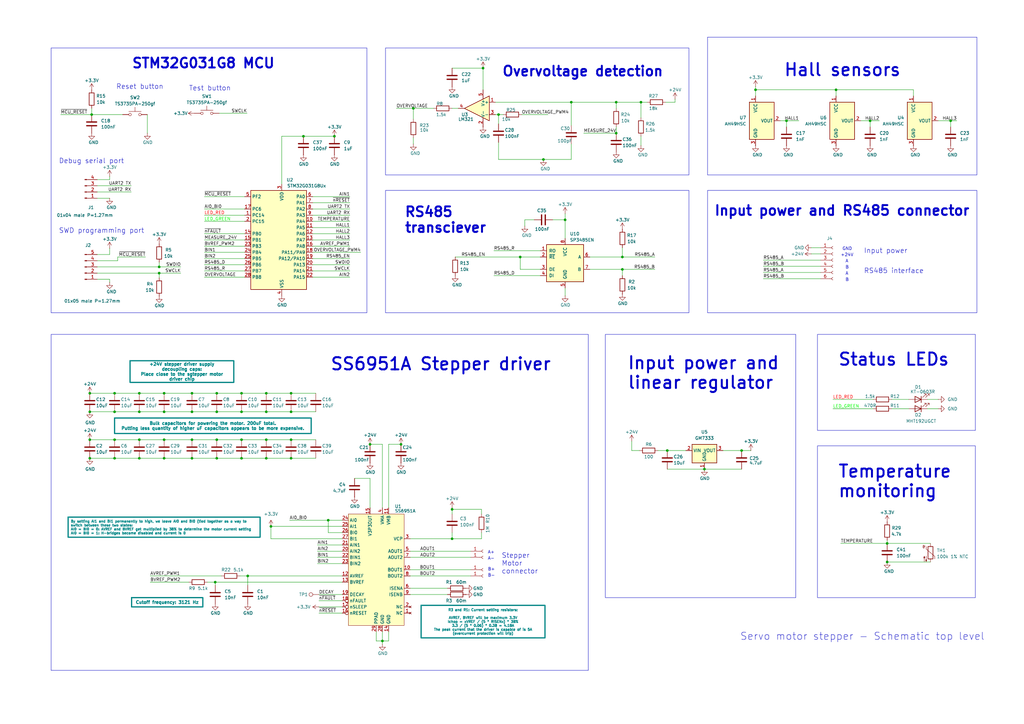
<source format=kicad_sch>
(kicad_sch (version 20231120) (generator "eeschema") (generator_version "8.0")
  (paper "A3")
  (title_block (title "Servomotor M4 - Schematic top level") (date "2024-09-09") (rev "V3"))
  (junction (at 304.165 184.785))
  (junction (at 57.15 161.29))
  (junction (at 37.592 46.99))
  (junction (at 119.38 168.91))
  (junction (at 46.99 161.29))
  (junction (at 389.89 49.53))
  (junction (at 78.74 180.34))
  (junction (at 111.125 215.9))
  (junction (at 46.99 180.34))
  (junction (at 119.38 187.96))
  (junction (at 88.9 180.34))
  (junction (at 99.06 180.34))
  (junction (at 213.36 105.41))
  (junction (at 65.278 112.014))
  (junction (at 134.62 213.36))
  (junction (at 169.545 44.45))
  (junction (at 124.46 55.88))
  (junction (at 65.278 109.474))
  (junction (at 67.31 161.29))
  (junction (at 252.73 41.91))
  (junction (at 255.27 110.49))
  (junction (at 46.99 168.91))
  (junction (at 78.74 187.96))
  (junction (at 57.15 187.96))
  (junction (at 67.31 187.96))
  (junction (at 67.31 168.91))
  (junction (at 88.9 187.96))
  (junction (at 137.16 55.88))
  (junction (at 198.12 27.94))
  (junction (at 363.855 230.505))
  (junction (at 99.06 168.91))
  (junction (at 57.15 180.34))
  (junction (at 109.22 161.29))
  (junction (at 109.22 180.34))
  (junction (at 204.47 46.99))
  (junction (at 119.38 161.29))
  (junction (at 185.42 208.915))
  (junction (at 78.74 161.29))
  (junction (at 36.83 168.91))
  (junction (at 99.06 161.29))
  (junction (at 101.6 236.22))
  (junction (at 109.22 187.96))
  (junction (at 309.88 36.83))
  (junction (at 88.265 238.76))
  (junction (at 322.58 49.53))
  (junction (at 222.885 65.405))
  (junction (at 99.06 187.96))
  (junction (at 67.31 180.34))
  (junction (at 273.685 184.785))
  (junction (at 57.15 168.91))
  (junction (at 262.89 41.91))
  (junction (at 363.855 222.885))
  (junction (at 119.38 180.34))
  (junction (at 185.42 220.98))
  (junction (at 342.9 36.83))
  (junction (at 252.73 54.61))
  (junction (at 231.775 90.17))
  (junction (at 156.845 262.89))
  (junction (at 46.99 187.96))
  (junction (at 36.83 180.34))
  (junction (at 255.27 105.41))
  (junction (at 288.925 192.405))
  (junction (at 36.83 161.29))
  (junction (at 88.9 168.91))
  (junction (at 109.22 168.91))
  (junction (at 88.9 161.29))
  (junction (at 78.74 168.91))
  (junction (at 356.87 49.53))
  (junction (at 164.465 182.245))
  (junction (at 36.83 187.96))
  (junction (at 234.315 41.91))
  (junction (at 151.765 182.245))
  (wire (pts (xy 273.685 184.785) (xy 281.305 184.785)))
  (wire (pts (xy 320.04 49.53) (xy 322.58 49.53)))
  (wire (pts (xy 276.86 41.91) (xy 273.05 41.91)))
  (wire (pts (xy 99.06 161.29) (xy 109.22 161.29)))
  (wire (pts (xy 186.69 105.41) (xy 213.36 105.41)))
  (wire (pts (xy 67.31 187.96) (xy 78.74 187.96)))
  (wire (pts (xy 162.56 44.45) (xy 169.545 44.45)))
  (wire (pts (xy 380.365 163.83) (xy 384.81 163.83)))
  (wire (pts (xy 39.878 109.474) (xy 65.278 109.474)))
  (wire (pts (xy 332.74 104.14) (xy 336.55 104.14)))
  (wire (pts (xy 143.51 98.425) (xy 128.27 98.425)))
  (wire (pts (xy 143.51 106.045) (xy 128.27 106.045)))
  (wire (pts (xy 356.87 49.53) (xy 360.68 49.53)))
  (wire (pts (xy 143.51 90.805) (xy 128.27 90.805)))
  (wire (pts (xy 83.82 108.585) (xy 100.33 108.585)))
  (wire (pts (xy 215.265 90.17) (xy 215.265 92.71)))
  (wire (pts (xy 88.265 238.76) (xy 88.265 240.03)))
  (wire (pts (xy 168.275 228.6) (xy 193.04 228.6)))
  (wire (pts (xy 57.15 161.29) (xy 67.31 161.29)))
  (wire (pts (xy 37.592 46.99) (xy 50.292 46.99)))
  (wire (pts (xy 143.51 80.645) (xy 128.27 80.645)))
  (wire (pts (xy 185.42 208.915) (xy 185.42 210.82)))
  (wire (pts (xy 197.485 210.82) (xy 197.485 208.915)))
  (wire (pts (xy 169.545 44.45) (xy 169.545 48.895)))
  (wire (pts (xy 99.06 180.34) (xy 109.22 180.34)))
  (wire (pts (xy 85.09 238.76) (xy 88.265 238.76)))
  (wire (pts (xy 147.955 103.505) (xy 128.27 103.505)))
  (wire (pts (xy 332.74 101.6) (xy 336.55 101.6)))
  (wire (pts (xy 109.22 180.34) (xy 119.38 180.34)))
  (wire (pts (xy 39.878 78.74) (xy 53.848 78.74)))
  (wire (pts (xy 255.27 101.6) (xy 255.27 105.41)))
  (wire (pts (xy 255.27 105.41) (xy 268.605 105.41)))
  (wire (pts (xy 78.74 168.91) (xy 88.9 168.91)))
  (wire (pts (xy 169.545 44.45) (xy 177.8 44.45)))
  (wire (pts (xy 255.27 110.49) (xy 255.27 113.03)))
  (wire (pts (xy 204.47 46.99) (xy 206.375 46.99)))
  (wire (pts (xy 36.83 180.34) (xy 46.99 180.34)))
  (wire (pts (xy 128.27 85.725) (xy 143.51 85.725)))
  (wire (pts (xy 39.878 104.394) (xy 44.958 104.394)))
  (wire (pts (xy 128.27 88.265) (xy 143.51 88.265)))
  (wire (pts (xy 143.51 95.885) (xy 128.27 95.885)))
  (wire (pts (xy 83.82 103.505) (xy 100.33 103.505)))
  (wire (pts (xy 374.65 39.37) (xy 374.65 36.83)))
  (wire (pts (xy 222.885 65.405) (xy 204.47 65.405)))
  (wire (pts (xy 168.275 243.84) (xy 183.515 243.84)))
  (wire (pts (xy 241.935 110.49) (xy 255.27 110.49)))
  (wire (pts (xy 389.89 49.53) (xy 389.89 52.07)))
  (wire (pts (xy 143.51 83.185) (xy 128.27 83.185)))
  (wire (pts (xy 109.22 168.91) (xy 119.38 168.91)))
  (wire (pts (xy 130.81 251.46) (xy 140.335 251.46)))
  (wire (pts (xy 143.51 100.965) (xy 128.27 100.965)))
  (wire (pts (xy 353.06 49.53) (xy 356.87 49.53)))
  (wire (pts (xy 365.76 163.83) (xy 372.745 163.83)))
  (wire (pts (xy 57.15 168.91) (xy 67.31 168.91)))
  (wire (pts (xy 204.47 46.99) (xy 204.47 50.8)))
  (wire (pts (xy 197.485 208.915) (xy 185.42 208.915)))
  (wire (pts (xy 78.74 180.34) (xy 88.9 180.34)))
  (wire (pts (xy 88.9 180.34) (xy 99.06 180.34)))
  (wire (pts (xy 168.275 236.22) (xy 193.04 236.22)))
  (wire (pts (xy 159.385 182.245) (xy 159.385 208.28)))
  (wire (pts (xy 262.89 55.88) (xy 262.89 59.69)))
  (wire (pts (xy 46.99 187.96) (xy 57.15 187.96)))
  (wire (pts (xy 213.36 105.41) (xy 221.615 105.41)))
  (wire (pts (xy 130.81 246.38) (xy 140.335 246.38)))
  (wire (pts (xy 363.855 222.885) (xy 381.635 222.885)))
  (wire (pts (xy 262.89 41.91) (xy 262.89 48.26)))
  (wire (pts (xy 288.925 192.405) (xy 304.165 192.405)))
  (wire (pts (xy 380.365 167.64) (xy 384.81 167.64)))
  (wire (pts (xy 252.73 41.91) (xy 262.89 41.91)))
  (wire (pts (xy 269.875 184.785) (xy 273.685 184.785)))
  (wire (pts (xy 67.31 180.34) (xy 78.74 180.34)))
  (wire (pts (xy 313.055 109.22) (xy 336.55 109.22)))
  (wire (pts (xy 313.055 106.68) (xy 336.55 106.68)))
  (wire (pts (xy 202.565 102.87) (xy 221.615 102.87)))
  (wire (pts (xy 130.81 248.92) (xy 140.335 248.92)))
  (wire (pts (xy 134.62 213.36) (xy 134.62 218.44)))
  (wire (pts (xy 259.08 184.785) (xy 259.08 180.975)))
  (wire (pts (xy 168.275 220.98) (xy 185.42 220.98)))
  (wire (pts (xy 130.175 226.06) (xy 140.335 226.06)))
  (wire (pts (xy 204.47 58.42) (xy 204.47 65.405)))
  (wire (pts (xy 101.6 236.22) (xy 101.6 240.03)))
  (wire (pts (xy 111.125 215.9) (xy 140.335 215.9)))
  (wire (pts (xy 231.775 90.17) (xy 231.775 97.79)))
  (wire (pts (xy 57.15 187.96) (xy 67.31 187.96)))
  (wire (pts (xy 130.175 223.52) (xy 140.335 223.52)))
  (wire (pts (xy 111.125 220.98) (xy 140.335 220.98)))
  (wire (pts (xy 39.878 73.66) (xy 44.958 73.66)))
  (wire (pts (xy 193.04 226.06) (xy 168.275 226.06)))
  (wire (pts (xy 98.425 236.22) (xy 101.6 236.22)))
  (wire (pts (xy 143.51 108.585) (xy 128.27 108.585)))
  (wire (pts (xy 363.855 230.505) (xy 381.635 230.505)))
  (wire (pts (xy 39.878 81.28) (xy 44.958 81.28)))
  (wire (pts (xy 119.38 180.34) (xy 129.54 180.34)))
  (wire (pts (xy 36.83 161.29) (xy 46.99 161.29)))
  (wire (pts (xy 134.62 213.36) (xy 140.335 213.36)))
  (wire (pts (xy 213.36 110.49) (xy 221.615 110.49)))
  (wire (pts (xy 83.82 100.965) (xy 100.33 100.965)))
  (wire (pts (xy 231.775 87.63) (xy 231.775 90.17)))
  (wire (pts (xy 143.51 93.345) (xy 128.27 93.345)))
  (wire (pts (xy 65.278 107.569) (xy 65.278 109.474)))
  (wire (pts (xy 37.592 44.45) (xy 37.592 46.99)))
  (wire (pts (xy 389.89 49.53) (xy 392.43 49.53)))
  (wire (pts (xy 363.855 221.615) (xy 363.855 222.885)))
  (wire (pts (xy 234.315 51.435) (xy 234.315 41.91)))
  (wire (pts (xy 169.545 56.515) (xy 169.545 59.055)))
  (wire (pts (xy 44.958 114.554) (xy 44.958 115.824)))
  (wire (pts (xy 83.82 106.045) (xy 100.33 106.045)))
  (wire (pts (xy 65.278 112.014) (xy 74.168 112.014)))
  (wire (pts (xy 109.22 187.96) (xy 119.38 187.96)))
  (wire (pts (xy 57.15 180.34) (xy 67.31 180.34)))
  (wire (pts (xy 262.89 41.91) (xy 265.43 41.91)))
  (wire (pts (xy 226.695 90.17) (xy 231.775 90.17)))
  (wire (pts (xy 159.385 259.08) (xy 159.385 262.89)))
  (wire (pts (xy 88.9 161.29) (xy 99.06 161.29)))
  (wire (pts (xy 156.845 182.245) (xy 156.845 208.28)))
  (wire (pts (xy 296.545 184.785) (xy 304.165 184.785)))
  (wire (pts (xy 48.26 105.41) (xy 59.69 105.41)))
  (wire (pts (xy 203.2 46.99) (xy 204.47 46.99)))
  (wire (pts (xy 46.99 180.34) (xy 57.15 180.34)))
  (wire (pts (xy 231.775 121.285) (xy 231.775 118.11)))
  (wire (pts (xy 118.745 213.36) (xy 134.62 213.36)))
  (wire (pts (xy 185.42 208.28) (xy 185.42 208.915)))
  (wire (pts (xy 83.82 90.805) (xy 100.33 90.805)))
  (wire (pts (xy 313.055 114.3) (xy 336.55 114.3)))
  (wire (pts (xy 130.175 231.14) (xy 140.335 231.14)))
  (wire (pts (xy 156.845 259.08) (xy 156.845 262.89)))
  (wire (pts (xy 88.265 238.76) (xy 140.335 238.76)))
  (wire (pts (xy 322.58 49.53) (xy 322.58 52.07)))
  (wire (pts (xy 168.275 241.3) (xy 183.515 241.3)))
  (wire (pts (xy 60.452 46.99) (xy 60.452 54.61)))
  (wire (pts (xy 213.995 46.99) (xy 224.79 46.99)))
  (wire (pts (xy 83.82 95.885) (xy 100.33 95.885)))
  (wire (pts (xy 99.06 187.96) (xy 109.22 187.96)))
  (wire (pts (xy 39.878 112.014) (xy 65.278 112.014)))
  (wire (pts (xy 154.305 262.89) (xy 156.845 262.89)))
  (wire (pts (xy 61.595 236.22) (xy 90.805 236.22)))
  (wire (pts (xy 83.82 113.665) (xy 100.33 113.665)))
  (wire (pts (xy 273.685 192.405) (xy 288.925 192.405)))
  (wire (pts (xy 61.595 238.76) (xy 77.47 238.76)))
  (wire (pts (xy 111.125 220.98) (xy 111.125 215.9)))
  (wire (pts (xy 219.075 90.17) (xy 215.265 90.17)))
  (wire (pts (xy 24.892 46.99) (xy 37.592 46.99)))
  (wire (pts (xy 99.06 168.91) (xy 109.22 168.91)))
  (wire (pts (xy 156.845 182.245) (xy 151.765 182.245)))
  (wire (pts (xy 344.805 222.885) (xy 363.855 222.885)))
  (wire (pts (xy 156.845 262.89) (xy 156.845 264.16)))
  (wire (pts (xy 78.74 187.96) (xy 88.9 187.96)))
  (wire (pts (xy 78.74 161.29) (xy 88.9 161.29)))
  (wire (pts (xy 234.315 65.405) (xy 234.315 59.055)))
  (wire (pts (xy 83.82 98.425) (xy 100.33 98.425)))
  (wire (pts (xy 65.278 113.919) (xy 65.278 112.014)))
  (wire (pts (xy 88.9 168.91) (xy 99.06 168.91)))
  (wire (pts (xy 342.9 39.37) (xy 342.9 36.83)))
  (wire (pts (xy 374.65 36.83) (xy 342.9 36.83)))
  (wire (pts (xy 36.83 187.96) (xy 46.99 187.96)))
  (wire (pts (xy 44.958 104.394) (xy 44.958 101.854)))
  (wire (pts (xy 255.27 110.49) (xy 268.605 110.49)))
  (wire (pts (xy 115.57 75.565) (xy 115.57 55.88)))
  (wire (pts (xy 119.38 161.29) (xy 129.54 161.29)))
  (wire (pts (xy 48.26 106.934) (xy 39.878 106.934)))
  (wire (pts (xy 48.26 105.41) (xy 48.26 106.934)))
  (wire (pts (xy 213.36 105.41) (xy 213.36 110.49)))
  (wire (pts (xy 197.485 220.98) (xy 197.485 218.44)))
  (wire (pts (xy 322.58 49.53) (xy 327.66 49.53)))
  (wire (pts (xy 39.878 76.2) (xy 53.848 76.2)))
  (wire (pts (xy 65.278 109.474) (xy 74.168 109.474)))
  (wire (pts (xy 151.765 196.215) (xy 151.765 208.28)))
  (wire (pts (xy 185.42 220.98) (xy 197.485 220.98)))
  (wire (pts (xy 185.42 44.45) (xy 187.96 44.45)))
  (wire (pts (xy 130.81 243.84) (xy 140.335 243.84)))
  (wire (pts (xy 185.42 27.94) (xy 198.12 27.94)))
  (wire (pts (xy 83.82 88.265) (xy 100.33 88.265)))
  (wire (pts (xy 159.385 262.89) (xy 156.845 262.89)))
  (wire (pts (xy 124.46 55.88) (xy 137.16 55.88)))
  (wire (pts (xy 67.31 168.91) (xy 78.74 168.91)))
  (wire (pts (xy 313.055 111.76) (xy 336.55 111.76)))
  (wire (pts (xy 89.916 46.482) (xy 101.346 46.482)))
  (wire (pts (xy 159.385 182.245) (xy 164.465 182.245)))
  (wire (pts (xy 46.99 168.91) (xy 57.15 168.91)))
  (wire (pts (xy 309.88 35.56) (xy 309.88 36.83)))
  (wire (pts (xy 276.86 40.64) (xy 276.86 41.91)))
  (wire (pts (xy 36.83 168.91) (xy 46.99 168.91)))
  (wire (pts (xy 39.878 114.554) (xy 44.958 114.554)))
  (wire (pts (xy 341.63 167.64) (xy 358.14 167.64)))
  (wire (pts (xy 44.958 73.66) (xy 44.958 72.39)))
  (wire (pts (xy 262.255 184.785) (xy 259.08 184.785)))
  (wire (pts (xy 241.935 105.41) (xy 255.27 105.41)))
  (wire (pts (xy 101.6 236.22) (xy 140.335 236.22)))
  (wire (pts (xy 88.9 187.96) (xy 99.06 187.96)))
  (wire (pts (xy 145.415 196.215) (xy 151.765 196.215)))
  (wire (pts (xy 130.175 228.6) (xy 140.335 228.6)))
  (wire (pts (xy 83.82 85.725) (xy 100.33 85.725)))
  (wire (pts (xy 222.885 65.405) (xy 234.315 65.405)))
  (wire (pts (xy 134.62 218.44) (xy 140.335 218.44)))
  (wire (pts (xy 109.22 161.29) (xy 119.38 161.29)))
  (wire (pts (xy 252.73 41.91) (xy 252.73 44.45)))
  (wire (pts (xy 119.38 168.91) (xy 129.54 168.91)))
  (wire (pts (xy 198.12 27.94) (xy 198.12 36.83)))
  (wire (pts (xy 168.275 233.68) (xy 193.04 233.68)))
  (wire (pts (xy 234.315 41.91) (xy 252.73 41.91)))
  (wire (pts (xy 119.38 187.96) (xy 129.54 187.96)))
  (wire (pts (xy 252.73 52.07) (xy 252.73 54.61)))
  (wire (pts (xy 342.9 36.83) (xy 309.88 36.83)))
  (wire (pts (xy 309.88 36.83) (xy 309.88 39.37)))
  (wire (pts (xy 384.81 49.53) (xy 389.89 49.53)))
  (wire (pts (xy 143.51 113.665) (xy 128.27 113.665)))
  (wire (pts (xy 83.82 111.125) (xy 100.33 111.125)))
  (wire (pts (xy 356.87 49.53) (xy 356.87 52.07)))
  (wire (pts (xy 239.395 54.61) (xy 252.73 54.61)))
  (wire (pts (xy 304.165 184.785) (xy 307.975 184.785)))
  (wire (pts (xy 365.76 167.64) (xy 372.745 167.64)))
  (wire (pts (xy 83.82 80.645) (xy 100.33 80.645)))
  (wire (pts (xy 203.2 41.91) (xy 234.315 41.91)))
  (wire (pts (xy 185.42 218.44) (xy 185.42 220.98)))
  (wire (pts (xy 115.57 55.88) (xy 124.46 55.88)))
  (wire (pts (xy 46.99 161.29) (xy 57.15 161.29)))
  (wire (pts (xy 154.305 259.08) (xy 154.305 262.89)))
  (wire (pts (xy 341.63 163.83) (xy 358.14 163.83)))
  (wire (pts (xy 202.565 113.03) (xy 221.615 113.03)))
  (wire (pts (xy 67.31 161.29) (xy 78.74 161.29)))
  (wire (pts (xy 143.51 111.125) (xy 128.27 111.125)))
  (rectangle (start 248.285 137.16) (end 326.39 245.11))
  (rectangle (start 335.28 137.16) (end 400.05 176.53))
  (rectangle (start 20.955 137.16) (end 241.3 274.955))
  (rectangle (start 158.115 19.685) (end 282.575 71.755))
  (rectangle (start 290.195 15.24) (end 400.685 71.755))
  (rectangle (start 20.955 19.685) (end 150.495 128.27))
  (rectangle (start 158.115 78.105) (end 282.575 128.27))
  (rectangle (start 335.28 182.88) (end 400.05 245.11))
  (rectangle (start 290.195 78.105) (end 400.685 128.27))
  (text_box "Cutoff frequency: 3121 Hz\n" (at 53.975 245.11 0) (size 29.21 3.81) (stroke (width 0.5) (color 0 132 132 1)) (effects (font (size 1.27 1.27) (thickness 0.4) (bold yes))))
  (text_box "By setting AI1 and BI1 permanently to high, we leave AI0 and BI0 (tied together as a way to switch between these two states:\nAI0 = BI0 = 0: AVREF and BVREF get multiplied by 38% to determine the motor current setting\nAI0 = BI0 = 1: H-bridges become disabled and current is 0" (at 27.94 212.09 0) (size 78.74 8.255) (stroke (width 0.5) (color 0 132 132 1)) (effects (font (size 1 1) (thickness 0.4) (bold yes)) (justify left)))
  (text_box "+24V stepper driver supply \ndecoupling caps:\nPlace close to the sgtepper motor driver chip" (at 53.34 147.955 0) (size 42.545 8.89) (stroke (width 0.5) (color 0 132 132 1)) (effects (font (size 1.27 1.27) (thickness 0.4) (bold yes))))
  (text_box "${94df9340-9001-4abf-849e-0a57a0ae12d6:REFERENCE} and ${c2765680-53cb-47ff-a513-50fbdfe64cd0:REFERENCE}: Current setting resistors:\n\nAVREF, BVREF will be maximum 3.3V\nIchop = xVREF / (5 * RISENx) * 38%\n3.3 / (5 * 0.06) * 0.38 = 4.18A\nThe peak current that the driver is capable of is 5A (overcurrent protection will trip)" (at 172.72 248.285 0) (size 50.8 13.335) (stroke (width 0.5) (color 0 132 132 1)) (effects (font (size 1 1) (thickness 0.4) (bold yes))))
  (text_box "Bulk capacitors for powering the motor. 200uF total.\nPutting less quantity of higher uF capacitors appears to be more expensive." (at 46.99 171.45 0) (size 80.645 6.35) (stroke (width 0.5) (color 0 132 132 1)) (effects (font (size 1.27 1.27) (thickness 0.4) (bold yes))))
  (text "Reset button" (at 47.625 36.83 0) (effects (font (size 2 2)) (justify left bottom)))
  (text "Test button" (at 77.47 37.465 0) (effects (font (size 2 2)) (justify left bottom)))
  (text "B" (at 346.71 115.57 0) (effects (font (size 1.27 1.27)) (justify left bottom)))
  (text "+24V" (at 344.805 105.41 0) (effects (font (size 1.27 1.27)) (justify left bottom)))
  (text "SWD programming port" (at 24.13 95.885 0) (effects (font (size 2 2)) (justify left bottom)))
  (text "Debug serial port" (at 24.13 67.31 0) (effects (font (size 2 2)) (justify left bottom)))
  (text "GND" (at 345.44 102.87 0) (effects (font (size 1.27 1.27)) (justify left bottom)))
  (text "RS485\ntransciever" (at 165.735 95.885 0) (effects (font (size 4 4) (thickness 0.8) (bold yes)) (justify left bottom)))
  (text "Input power" (at 354.33 104.14 0) (effects (font (size 2 2)) (justify left bottom)))
  (text "B" (at 346.71 110.49 0) (effects (font (size 1.27 1.27)) (justify left bottom)))
  (text "A+" (at 200.025 227.33 0) (effects (font (size 1.27 1.27)) (justify left bottom)))
  (text "Status LEDs" (at 343.535 150.495 0) (effects (font (size 5 5) (thickness 0.8) (bold yes)) (justify left bottom)))
  (text "Overvoltage detection" (at 205.74 31.75 0) (effects (font (size 4 4) (thickness 0.8) (bold yes)) (justify left bottom)))
  (text "Input power and\nlinear regulator" (at 257.175 160.02 0) (effects (font (size 5 5) (thickness 0.8) (bold yes)) (justify left bottom)))
  (text "A" (at 346.71 107.95 0) (effects (font (size 1.27 1.27)) (justify left bottom)))
  (text "Input power and RS485 connector" (at 292.735 88.9 0) (effects (font (size 4 4) (thickness 0.8) (bold yes)) (justify left bottom)))
  (text "A" (at 346.71 113.03 0) (effects (font (size 1.27 1.27)) (justify left bottom)))
  (text "RS485 interface" (at 354.33 112.395 0) (effects (font (size 2 2)) (justify left bottom)))
  (text "Temperature\nmonitoring" (at 343.535 204.47 0) (effects (font (size 5 5) (thickness 0.8) (bold yes)) (justify left bottom)))
  (text "B+" (at 200.025 234.315 0) (effects (font (size 1.27 1.27)) (justify left bottom)))
  (text "Servo motor stepper - Schematic top level" (at 303.53 262.89 0) (effects (font (size 3 3)) (justify left bottom)))
  (text "STM32G031G8 MCU" (at 53.848 28.448 0) (effects (font (size 4 4) (thickness 0.8) (bold yes)) (justify left bottom)))
  (text "A-" (at 200.025 229.87 0) (effects (font (size 1.27 1.27)) (justify left bottom)))
  (text "B-" (at 200.025 236.855 0) (effects (font (size 1.27 1.27)) (justify left bottom)))
  (text "SS6951A Stepper driver" (at 135.255 152.4 0) (effects (font (size 5 5) (thickness 0.8) (bold yes)) (justify left bottom)))
  (text "Hall sensors" (at 321.31 31.75 0) (effects (font (size 5 5) (thickness 0.8) (bold yes)) (justify left bottom)))
  (text "Stepper\nMotor\nconnector" (at 205.74 235.585 0) (effects (font (size 2 2)) (justify left bottom)))
  (label "~{MCU_RESET}" (at 59.69 105.41 180))
  (label "AOUT1" (at 178.435 226.06 180))
  (label "~{nFAULT}" (at 83.82 95.885 0))
  (label "BIN2" (at 83.82 106.045 0))
  (label "RS485_EN" (at 143.51 106.045 180))
  (label "SWCLK" (at 74.168 112.014 180))
  (label "OVERVOLTAGE" (at 83.82 113.665 0))
  (label "HALL2" (at 360.68 49.53 180))
  (label "BOUT1" (at 178.435 233.68 180))
  (label "MEASURE_24V" (at 239.395 54.61 0))
  (label "RS485_R" (at 202.565 102.87 0))
  (label "RS485_EN" (at 189.23 105.41 0))
  (label "BVREF_PWM2" (at 61.595 238.76 0))
  (label "AIN1" (at 130.175 223.52 0))
  (label "BOUT2" (at 178.435 236.22 180))
  (label "BIN1" (at 130.175 228.6 0))
  (label "LED_GREEN" (at 83.82 90.805 0))
  (label "AI0_BI0" (at 83.82 85.725 0))
  (label "BIN1" (at 83.82 103.505 0))
  (label "RS485_B" (at 313.055 109.22 0))
  (label "SWCLK" (at 143.51 111.125 180))
  (label "AI0_BI0" (at 118.745 213.36 0))
  (label "RS485_A" (at 313.055 106.68 0))
  (label "OVERVOLTAGE_PWM4" (at 213.995 46.99 0))
  (label "UART2 RX" (at 53.848 78.74 180))
  (label "DECAY" (at 130.81 243.84 0))
  (label "AIN2" (at 139.065 113.665 0))
  (label "~{MCU_RESET}" (at 24.892 46.99 0))
  (label "OVERVOLTAGE_PWM4" (at 147.955 103.505 180))
  (label "AIN2" (at 130.175 226.06 0))
  (label "RS485_A" (at 313.055 111.76 0))
  (label "RS485_A" (at 268.605 105.41 180))
  (label "HALL2" (at 143.51 95.885 180))
  (label "LED_RED" (at 83.82 88.265 0))
  (label "~{MCU_RESET}" (at 83.82 80.645 0))
  (label "OVERVOLTAGE" (at 162.56 44.45 0))
  (label "~{nRESET}" (at 130.81 251.46 0))
  (label "RS485_B" (at 313.055 114.3 0))
  (label "RS485_D" (at 202.565 113.03 0))
  (label "HALL3" (at 143.51 98.425 180))
  (label "LED_RED" (at 341.63 163.83 0))
  (label "LED_GREEN" (at 341.63 167.64 0))
  (label "SWCLK" (at 101.346 46.482 180))
  (label "MEASURE_24V" (at 83.82 98.425 0))
  (label "AVREF_PWM1" (at 143.51 100.965 180))
  (label "RS485_R" (at 83.82 111.125 0))
  (label "UART2 TX" (at 143.51 85.725 180))
  (label "BVREF_PWM2" (at 83.82 100.965 0))
  (label "SWDIO" (at 74.168 109.474 180))
  (label "UART2 TX" (at 53.848 76.2 180))
  (label "HALL1" (at 143.51 93.345 180))
  (label "TEMPERATURE" (at 344.805 222.885 0))
  (label "RS485_B" (at 268.605 110.49 180))
  (label "HALL3" (at 392.43 49.53 180))
  (label "UART2 RX" (at 143.51 88.265 180))
  (label "TEMPERATURE" (at 143.51 90.805 180))
  (label "AIN1" (at 139.065 80.645 0))
  (label "~{nFAULT}" (at 130.81 246.38 0))
  (label "AVREF_PWM1" (at 61.595 236.22 0))
  (label "BIN2" (at 130.175 231.14 0))
  (label "SWDIO" (at 143.51 108.585 180))
  (label "HALL1" (at 327.66 49.53 180))
  (label "~{nRESET}" (at 143.51 83.185 180))
  (label "AOUT2" (at 178.435 228.6 180))
  (label "RS485_D" (at 83.82 108.585 0))
  (symbol (lib_id "Device:C") (at 99.06 184.15 0) (unit 1)
    (property "Reference" "C33" (at 101.6 182.88 0) (effects (justify left)))
    (property "Value" "10uF" (at 101.6 185.42 0) (effects (justify left)))
    (property "Footprint" "Capacitor_SMD:C_0603_1608Metric" (effects (hide yes)))
    (property "Description" "35V 10uF X5R ±20% 0603 Multilayer Ceramic Capacitors MLCC - SMD/SMT ROHS" (effects (hide yes)))
    (property "LCSC" "C194427" (effects (hide yes)))
  )
  (symbol (lib_id "power:GND") (at 363.855 230.505 0) (unit 1)
    (property "Reference" "#PWR071" (effects (hide yes)))
    (property "Value" "GND" (at 362.585 234.315 0) (effects (justify left)))
  )
  (symbol (lib_id "Device:C") (at 88.265 243.84 0) (unit 1)
    (property "Reference" "C5" (at 92.075 242.5699 0) (effects (justify left)))
    (property "Value" "10nF" (at 92.075 245.1099 0) (effects (justify left)))
    (property "Footprint" "Capacitor_SMD:C_0402_1005Metric" (effects (hide yes)))
    (property "LCSC" "C15195" (effects (hide yes)))
  )
  (symbol (lib_id "power:+3.3V") (at 309.88 35.56 0) (unit 1)
    (property "Reference" "#PWR028" (effects (hide yes)))
    (property "Value" "+3.3V" (at 309.88 31.75 0))
  )
  (symbol (lib_id "power:+3.3V") (at 231.775 87.63 0) (unit 1)
    (property "Reference" "#PWR033" (effects (hide yes)))
    (property "Value" "+3.3V" (at 231.775 83.82 0))
  )
  (symbol (lib_id "power:GND") (at 356.87 59.69 0) (unit 1)
    (property "Reference" "#PWR0105" (effects (hide yes)))
    (property "Value" "GND" (at 355.6 63.5 0) (effects (justify left)))
  )
  (symbol (lib_id "Device:C") (at 37.592 50.8 0) (unit 1)
    (property "Reference" "C18" (at 41.402 49.5299 0) (effects (justify left)))
    (property "Value" "100nF" (at 41.402 52.0699 0) (effects (justify left)))
    (property "Footprint" "Capacitor_SMD:C_0402_1005Metric" (effects (hide yes)))
    (property "LCSC" "C307331" (effects (hide yes)))
  )
  (symbol (lib_id "Device:LED") (at 376.555 163.83 180) (unit 1)
    (property "Reference" "D1" (at 376.555 158.75 0))
    (property "Value" "KT-0603R" (at 378.46 160.655 0))
    (property "Footprint" "LED_SMD:LED_0603_1608Metric" (effects (hide yes)))
    (property "Description" "Light emitting diode" (effects (hide yes)))
    (property "LCSC" "C2286" (effects (hide yes)))
  )
  (symbol (lib_id "power:+3.3V") (at 137.16 55.88 0) (unit 1)
    (property "Reference" "#PWR07" (effects (hide yes)))
    (property "Value" "+3.3V" (at 137.16 52.07 0))
  )
  (symbol (lib_id "power:+10V") (at 259.08 180.975 0) (unit 1)
    (property "Reference" "#PWR041" (effects (hide yes)))
    (property "Value" "+24V" (at 259.08 177.165 0))
  )
  (symbol (lib_id "Device:C") (at 88.9 184.15 0) (unit 1)
    (property "Reference" "C32" (at 91.44 182.88 0) (effects (justify left)))
    (property "Value" "10uF" (at 91.44 185.42 0) (effects (justify left)))
    (property "Footprint" "Capacitor_SMD:C_0603_1608Metric" (effects (hide yes)))
    (property "LCSC" "C194427" (effects (hide yes)))
  )
  (symbol (lib_id "Sensor_Magnetic:A1101ELHL") (at 312.42 49.53 0) (unit 1) (exclude_from_sim yes)
    (property "Reference" "U7" (at 306.07 48.2599 0) (effects (justify right)))
    (property "Value" "AH49HSC" (at 306.07 50.7999 0) (effects (justify right)))
    (property "Footprint" "Package_TO_SOT_SMD:SOT-23" (effects (hide yes)))
    (property "LCSC" "C510723" (effects (hide yes)))
  )
  (symbol (lib_id "Device:C") (at 99.06 165.1 0) (unit 1)
    (property "Reference" "C10" (at 101.6 163.83 0) (effects (justify left)))
    (property "Value" "10uF" (at 101.6 166.37 0) (effects (justify left)))
    (property "Footprint" "Capacitor_SMD:C_0603_1608Metric" (effects (hide yes)))
    (property "Description" "35V 10uF X5R ±20% 0603 Multilayer Ceramic Capacitors MLCC - SMD/SMT ROHS" (effects (hide yes)))
    (property "LCSC" "C194427" (effects (hide yes)))
  )
  (symbol (lib_id "Amplifier_Operational:LM321") (at 195.58 44.45 0) (mirror y) (unit 1) (exclude_from_sim yes)
    (property "Reference" "U3" (at 189.23 46.99 0) (effects (justify right)))
    (property "Value" "LM321" (at 187.96 48.895 0) (effects (justify right)))
    (property "Footprint" "Package_TO_SOT_SMD:SOT-23-5" (effects (hide yes)))
    (property "Datasheet" "https://www.lcsc.com/datasheet/lcsc_datasheet_2401051805_HANSCHIP-semiconductor-LM321MF_C19723728.pdf" (effects (hide yes)))
    (property "LCSC" "C19723728" (effects (hide yes)))
  )
  (symbol (lib_id "power:GND") (at 322.58 59.69 0) (unit 1)
    (property "Reference" "#PWR0110" (effects (hide yes)))
    (property "Value" "GND" (at 321.31 63.5 0) (effects (justify left)))
  )
  (symbol (lib_id "power:GND") (at 309.88 59.69 0) (unit 1)
    (property "Reference" "#PWR0108" (effects (hide yes)))
    (property "Value" "GND" (at 308.61 63.5 0) (effects (justify left)))
  )
  (symbol (lib_id "power:GND") (at 384.81 163.83 90) (unit 1)
    (property "Reference" "#PWR030" (effects (hide yes)))
    (property "Value" "GND" (at 388.62 163.8299 90) (effects (justify right)))
  )
  (symbol (lib_id "Device:R") (at 94.615 236.22 90) (unit 1)
    (property "Reference" "R22" (at 92.71 233.68 90))
    (property "Value" "5.1k" (at 97.79 233.68 90))
    (property "Footprint" "Resistor_SMD:R_0402_1005Metric" (effects (hide yes)))
    (property "Description" "62.5mW Thick Film Resistors 50V ±100ppm/℃ ±1% 5.1kΩ 0402 Chip Resistor - Surface Mount ROHS" (effects (hide yes)))
    (property "LCSC" "C25905" (effects (hide yes)))
  )
  (symbol (lib_id "Sensor_Magnetic:A1101ELHL") (at 377.19 49.53 0) (unit 1) (exclude_from_sim yes)
    (property "Reference" "U4" (at 370.84 48.2599 0) (effects (justify right)))
    (property "Value" "AH49HSC" (at 370.84 50.7999 0) (effects (justify right)))
    (property "Footprint" "Package_TO_SOT_SMD:SOT-23" (effects (hide yes)))
    (property "LCSC" "C510723" (effects (hide yes)))
  )
  (symbol (lib_id "power:GND") (at 101.6 247.65 0) (unit 1)
    (property "Reference" "#PWR038" (effects (hide yes)))
    (property "Value" "GND" (at 99.695 251.46 0) (effects (justify left)))
  )
  (symbol (lib_id "power:+3.3V") (at 37.592 36.83 0) (unit 1)
    (property "Reference" "#PWR035" (effects (hide yes)))
    (property "Value" "+3.3V" (at 37.592 33.02 0))
  )
  (symbol (lib_id "Device:C") (at 119.38 165.1 0) (unit 1)
    (property "Reference" "C13" (at 121.92 163.83 0) (effects (justify left)))
    (property "Value" "10uF" (at 121.92 166.37 0) (effects (justify left)))
    (property "Footprint" "Capacitor_SMD:C_0603_1608Metric" (effects (hide yes)))
    (property "LCSC" "C194427" (effects (hide yes)))
  )
  (symbol (lib_id "power:GND") (at 255.27 120.65 0) (unit 1)
    (property "Reference" "#PWR018" (effects (hide yes)))
    (property "Value" "GND" (at 253.365 124.46 0) (effects (justify left)))
  )
  (symbol (lib_id "power:+3.3V") (at 307.975 184.785 0) (unit 1)
    (property "Reference" "#PWR045" (effects (hide yes)))
    (property "Value" "+3.3V" (at 307.975 180.975 0))
  )
  (symbol (lib_id "power:GND") (at 65.278 121.539 0) (unit 1)
    (property "Reference" "#PWR09" (effects (hide yes)))
    (property "Value" "GND" (at 63.373 125.349 0) (effects (justify left)))
  )
  (symbol (lib_id "power:GND") (at 36.83 187.96 0) (unit 1)
    (property "Reference" "#PWR037" (effects (hide yes)))
    (property "Value" "GND" (at 34.925 192.405 0) (effects (justify left)))
  )
  (symbol (lib_id "Device:R") (at 181.61 44.45 90) (unit 1)
    (property "Reference" "R8" (at 180.34 42.545 90))
    (property "Value" "1.5k" (at 180.975 46.99 90))
    (property "Footprint" "Resistor_SMD:R_0402_1005Metric" (effects (hide yes)))
    (property "LCSC" "C25867" (effects (hide yes)))
  )
  (symbol (lib_id "power:GND") (at 222.885 65.405 0) (unit 1)
    (property "Reference" "#PWR058" (effects (hide yes)))
    (property "Value" "GND" (at 221.615 69.215 0) (effects (justify left)))
  )
  (symbol (lib_id "servo_motor:SS6951A") (at 154.305 233.68 0) (unit 1)
    (property "Reference" "U1" (at 161.925 207.645 0) (effects (justify left)))
    (property "Value" "SS6951A" (at 161.925 209.55 0) (effects (justify left)))
    (property "Footprint" "Package_SO:HTSSOP-28-1EP_4.4x9.7mm_P0.65mm_EP2.75x6.2mm" (effects (hide yes)))
    (property "Datasheet" "https://www.lcsc.com/datasheet/lcsc_datasheet_2208031730_LEADPOWER-SS6951A_C3345073.pdf" (effects (hide yes)))
    (property "Description" "Stepper Motor Driver" (effects (hide yes)))
    (property "LCSC" "C3345073" (effects (hide yes)))
  )
  (symbol (lib_id "power:+3.3V") (at 130.81 248.92 90) (unit 1)
    (property "Reference" "#PWR043" (effects (hide yes)))
    (property "Value" "+3.3V" (at 124.46 248.92 90))
  )
  (symbol (lib_id "power:GND") (at 88.265 247.65 0) (unit 1)
    (property "Reference" "#PWR016" (effects (hide yes)))
    (property "Value" "GND" (at 86.36 251.46 0) (effects (justify left)))
  )
  (symbol (lib_id "power:GND") (at 185.42 35.56 0) (unit 1)
    (property "Reference" "#PWR044" (effects (hide yes)))
    (property "Value" "GND" (at 184.15 39.37 0) (effects (justify left)))
  )
  (symbol (lib_id "power:GND") (at 164.465 189.865 0) (unit 1)
    (property "Reference" "#PWR022" (effects (hide yes)))
    (property "Value" "GND" (at 162.56 193.675 0) (effects (justify left)))
  )
  (symbol (lib_id "Device:R") (at 255.27 116.84 180) (unit 1)
    (property "Reference" "R2" (at 259.08 115.57 0))
    (property "Value" "10k" (at 259.08 118.11 0))
    (property "Footprint" "Resistor_SMD:R_0402_1005Metric" (effects (hide yes)))
    (property "LCSC" "C25744" (effects (hide yes)))
  )
  (symbol (lib_id "Connector:TestPoint") (at 130.81 243.84 90) (unit 1)
    (property "Reference" "TP1" (at 124.46 243.84 90))
    (property "Value" "TestPoint" (effects (hide yes)))
    (property "Footprint" "TestPoint:TestPoint_Pad_D1.5mm" (effects (hide yes)))
    (property "Description" "test point" (effects (hide yes)))
  )
  (symbol (lib_id "power:GND") (at 44.958 115.824 0) (unit 1)
    (property "Reference" "#PWR05" (effects (hide yes)))
    (property "Value" "GND" (at 43.688 119.634 0) (effects (justify left)))
  )
  (symbol (lib_id "Device:C") (at 185.42 31.75 0) (unit 1)
    (property "Reference" "C22" (at 189.23 30.4799 0) (effects (justify left)))
    (property "Value" "1uF" (at 189.23 33.0199 0) (effects (justify left)))
    (property "Footprint" "Capacitor_SMD:C_0402_1005Metric" (effects (hide yes)))
    (property "LCSC" "C52923" (effects (hide yes)))
  )
  (symbol (lib_id "power:GND") (at 169.545 59.055 0) (unit 1)
    (property "Reference" "#PWR049" (effects (hide yes)))
    (property "Value" "GND" (at 168.275 62.865 0) (effects (justify left)))
  )
  (symbol (lib_id "Device:C") (at 36.83 184.15 0) (unit 1)
    (property "Reference" "C2" (at 39.37 182.88 0) (effects (justify left)))
    (property "Value" "10uF" (at 39.37 185.42 0) (effects (justify left)))
    (property "Footprint" "Capacitor_SMD:C_0603_1608Metric" (effects (hide yes)))
    (property "LCSC" "C194427" (effects (hide yes)))
  )
  (symbol (lib_id "power:GND") (at 115.57 121.285 0) (unit 1)
    (property "Reference" "#PWR029" (effects (hide yes)))
    (property "Value" "GND" (at 113.665 125.095 0) (effects (justify left)))
  )
  (symbol (lib_id "Device:R") (at 169.545 52.705 180) (unit 1)
    (property "Reference" "R23" (at 173.99 51.435 0))
    (property "Value" "10k" (at 173.99 53.34 0))
    (property "Footprint" "Resistor_SMD:R_0402_1005Metric" (effects (hide yes)))
    (property "LCSC" "C25744" (effects (hide yes)))
  )
  (symbol (lib_id "power:GND") (at 137.16 63.5 0) (unit 1)
    (property "Reference" "#PWR021" (effects (hide yes)))
    (property "Value" "GND" (at 135.255 67.31 0) (effects (justify left)))
  )
  (symbol (lib_id "Device:R") (at 361.95 167.64 90) (unit 1)
    (property "Reference" "R11" (at 367.03 166.37 90))
    (property "Value" "470R" (at 356.87 166.37 90))
    (property "Footprint" "Resistor_SMD:R_0402_1005Metric" (effects (hide yes)))
    (property "LCSC" "C25117" (effects (hide yes)))
  )
  (symbol (lib_id "power:GND") (at 37.592 54.61 0) (unit 1)
    (property "Reference" "#PWR036" (effects (hide yes)))
    (property "Value" "GND" (at 36.322 58.42 0) (effects (justify left)))
  )
  (symbol (lib_id "power:GND") (at 151.765 189.865 0) (unit 1)
    (property "Reference" "#PWR026" (effects (hide yes)))
    (property "Value" "GND" (at 149.86 193.675 0) (effects (justify left)))
  )
  (symbol (lib_id "power:GND") (at 60.452 54.61 0) (unit 1)
    (property "Reference" "#PWR039" (effects (hide yes)))
    (property "Value" "GND" (at 58.547 58.42 0) (effects (justify left)))
  )
  (symbol (lib_id "MCU_ST_STM32G0:STM32G031G8Ux") (at 113.03 98.425 0) (unit 1)
    (property "Reference" "U2" (at 117.5101 73.787 0) (effects (justify left)))
    (property "Value" "STM32G031G8Ux" (at 117.7641 76.2 0) (effects (justify left)))
    (property "Footprint" "Package_DFN_QFN:QFN-28_4x4mm_P0.5mm" (effects (hide yes)))
    (property "Datasheet" "https://www.st.com/resource/en/datasheet/stm32g031g8.pdf" (effects (hide yes)))
    (property "Description" "STMicroelectronics Arm Cortex-M0+ MCU, 64KB flash, 8KB RAM, 64 MHz, 1.7-3.6V, 26 GPIO, UFQFPN28" (effects (hide yes)))
    (property "LCSC" "C432211" (effects (hide yes)))
  )
  (symbol (lib_id "power:GND") (at 191.135 243.84 90) (unit 1)
    (property "Reference" "#PWR015" (effects (hide yes)))
    (property "Value" "GND" (at 198.12 243.84 90) (effects (justify left)))
  )
  (symbol (lib_id "power:GND") (at 124.46 63.5 0) (unit 1)
    (property "Reference" "#PWR027" (effects (hide yes)))
    (property "Value" "GND" (at 122.555 67.31 0) (effects (justify left)))
  )
  (symbol (lib_id "Connector:Conn_01x01_Socket") (at 198.12 226.06 0) (unit 1) (in_bom no)
    (property "Reference" "J8" (effects (hide yes)))
    (property "Value" "Conn_01x01_Socket" (effects (hide yes)))
    (property "Footprint" "servo_motor:Pad_3mm_TopOnly" (effects (hide yes)))
  )
  (symbol (lib_id "Device:C") (at 36.83 165.1 0) (unit 1)
    (property "Reference" "C12" (at 39.37 163.83 0) (effects (justify left)))
    (property "Value" "10uF" (at 39.37 166.37 0) (effects (justify left)))
    (property "Footprint" "Capacitor_SMD:C_0603_1608Metric" (effects (hide yes)))
    (property "LCSC" "C194427" (effects (hide yes)))
  )
  (symbol (lib_id "Device:C") (at 185.42 214.63 0) (unit 1)
    (property "Reference" "C3" (at 188.595 212.725 0) (effects (justify left)))
    (property "Value" "100nF" (at 188.595 215.265 0) (effects (justify left)))
    (property "Footprint" "Capacitor_SMD:C_0402_1005Metric" (effects (hide yes)))
    (property "LCSC" "C307331" (effects (hide yes)))
  )
  (symbol (lib_id "power:GND") (at 36.83 168.91 0) (unit 1)
    (property "Reference" "#PWR032" (effects (hide yes)))
    (property "Value" "GND" (at 34.925 173.355 0) (effects (justify left)))
  )
  (symbol (lib_id "Device:C") (at 252.73 58.42 0) (unit 1)
    (property "Reference" "C36" (at 255.27 57.15 0) (effects (justify left)))
    (property "Value" "100nF" (at 255.27 59.69 0) (effects (justify left)))
    (property "Footprint" "Capacitor_SMD:C_0402_1005Metric" (effects (hide yes)))
    (property "LCSC" "C307331" (effects (hide yes)))
  )
  (symbol (lib_id "power:GND") (at 145.415 203.835 0) (unit 1)
    (property "Reference" "#PWR013" (effects (hide yes)))
    (property "Value" "GND" (at 143.51 207.645 0) (effects (justify left)))
  )
  (symbol (lib_id "Device:C") (at 57.15 184.15 0) (unit 1)
    (property "Reference" "C27" (at 59.69 182.88 0) (effects (justify left)))
    (property "Value" "10uF" (at 59.69 185.42 0) (effects (justify left)))
    (property "Footprint" "Capacitor_SMD:C_0603_1608Metric" (effects (hide yes)))
    (property "LCSC" "C194427" (effects (hide yes)))
  )
  (symbol (lib_id "Device:C") (at 304.165 188.595 0) (unit 1)
    (property "Reference" "C25" (at 307.34 187.96 0) (effects (justify left)))
    (property "Value" "4.7uF" (at 307.34 189.865 0) (effects (justify left)))
    (property "Footprint" "Capacitor_SMD:C_0402_1005Metric" (effects (hide yes)))
    (property "LCSC" "C23733" (effects (hide yes)))
  )
  (symbol (lib_id "power:GND") (at 156.845 264.16 0) (unit 1)
    (property "Reference" "#PWR012" (effects (hide yes)))
    (property "Value" "GND" (at 154.94 267.97 0) (effects (justify left)))
  )
  (symbol (lib_id "Device:C") (at 222.885 90.17 90) (unit 1)
    (property "Reference" "C35" (at 224.155 86.36 90) (effects (justify left)))
    (property "Value" "100nF" (at 225.425 93.98 90) (effects (justify left)))
    (property "Footprint" "Capacitor_SMD:C_0402_1005Metric" (effects (hide yes)))
    (property "LCSC" "C307331" (effects (hide yes)))
  )
  (symbol (lib_id "power:+10V") (at 198.12 27.94 0) (unit 1)
    (property "Reference" "#PWR050" (effects (hide yes)))
    (property "Value" "+3.3V" (at 198.12 24.13 0))
  )
  (symbol (lib_id "power:GND") (at 389.89 59.69 0) (unit 1)
    (property "Reference" "#PWR0106" (effects (hide yes)))
    (property "Value" "GND" (at 388.62 63.5 0) (effects (justify left)))
  )
  (symbol (lib_id "Device:R") (at 361.95 163.83 90) (unit 1)
    (property "Reference" "R12" (at 367.03 162.56 90))
    (property "Value" "1.5k" (at 356.87 162.56 90))
    (property "Footprint" "Resistor_SMD:R_0402_1005Metric" (effects (hide yes)))
    (property "LCSC" "C25867" (effects (hide yes)))
  )
  (symbol (lib_id "Connector:Conn_01x04_Pin") (at 34.798 78.74 0) (mirror x) (unit 1) (in_bom no)
    (property "Reference" "J1" (at 37.338 85.09 0))
    (property "Value" "01x04 male P=1.27mm" (at 34.798 88.265 0))
    (property "Footprint" "Connector_PinHeader_1.27mm:PinHeader_1x04_P1.27mm_Vertical" (effects (hide yes)))
  )
  (symbol (lib_id "power:GND") (at 332.74 101.6 270) (mirror x) (unit 1)
    (property "Reference" "#PWR020" (effects (hide yes)))
    (property "Value" "GND" (at 325.755 101.6 90) (effects (justify left)))
  )
  (symbol (lib_id "Device:R") (at 269.24 41.91 270) (unit 1)
    (property "Reference" "R27" (at 267.97 39.37 90))
    (property "Value" "18k" (at 267.97 44.45 90))
    (property "Footprint" "Resistor_SMD:R_0603_1608Metric" (effects (hide yes)))
    (property "Description" "100mW Thick Film Resistors 75V ±100ppm/℃ ±1% 18kΩ 0603 Chip Resistor - Surface Mount ROHS" (effects (hide yes)))
    (property "LCSC" "C25810" (effects (hide yes)))
  )
  (symbol (lib_id "power:+3.3V") (at 44.958 72.39 0) (unit 1)
    (property "Reference" "#PWR02" (effects (hide yes)))
    (property "Value" "+3.3V" (at 44.958 68.58 0))
  )
  (symbol (lib_id "Connector:Conn_01x06_Socket") (at 341.63 106.68 0) (unit 1)
    (property "Reference" "J4" (at 339.09 97.79 0) (effects (justify left)))
    (property "Value" "Conn_01x06_Socket" (effects (hide yes)))
    (property "Footprint" "Connector_PinSocket_2.00mm:PinSocket_1x06_P2.00mm_Vertical" (effects (hide yes)))
  )
  (symbol (lib_id "Device:R") (at 197.485 214.63 0) (unit 1)
    (property "Reference" "R10" (at 200.025 212.725 90))
    (property "Value" "1M" (at 200.025 217.17 90))
    (property "Footprint" "Resistor_SMD:R_0402_1005Metric" (effects (hide yes)))
    (property "LCSC" "C409676" (effects (hide yes)))
  )
  (symbol (lib_id "power:+3.3V") (at 65.278 99.949 0) (unit 1)
    (property "Reference" "#PWR010" (effects (hide yes)))
    (property "Value" "+3.3V" (at 65.278 96.139 0))
  )
  (symbol (lib_id "power:+24V") (at 185.42 208.28 0) (unit 1)
    (property "Reference" "#PWR011" (effects (hide yes)))
    (property "Value" "+24V" (at 185.42 204.47 0))
  )
  (symbol (lib_id "Device:C") (at 119.38 184.15 0) (unit 1)
    (property "Reference" "C38" (at 121.92 182.88 0) (effects (justify left)))
    (property "Value" "10uF" (at 121.92 185.42 0) (effects (justify left)))
    (property "Footprint" "Capacitor_SMD:C_0603_1608Metric" (effects (hide yes)))
    (property "LCSC" "C194427" (effects (hide yes)))
  )
  (symbol (lib_id "Device:R") (at 65.278 117.729 180) (unit 1)
    (property "Reference" "R4" (at 61.468 116.459 0))
    (property "Value" "10k" (at 61.468 118.999 0))
    (property "Footprint" "Resistor_SMD:R_0402_1005Metric" (effects (hide yes)))
    (property "LCSC" "C25744" (effects (hide yes)))
  )
  (symbol (lib_id "Connector:Conn_01x01_Socket") (at 198.12 233.68 0) (unit 1) (in_bom no)
    (property "Reference" "J3" (effects (hide yes)))
    (property "Value" "Conn_01x01_Socket" (effects (hide yes)))
    (property "Footprint" "servo_motor:Pad_3mm_TopOnly" (effects (hide yes)))
  )
  (symbol (lib_id "power:GND") (at 384.81 167.64 90) (unit 1)
    (property "Reference" "#PWR031" (effects (hide yes)))
    (property "Value" "GND" (at 388.62 167.6399 90) (effects (justify right)))
  )
  (symbol (lib_id "Interface_UART:SP3485EN") (at 231.775 107.95 0) (unit 1)
    (property "Reference" "U10" (at 233.7309 95.885 0) (effects (justify left)))
    (property "Value" "SP3485EN" (at 233.7309 98.425 0) (effects (justify left)))
    (property "Footprint" "Package_SO:SOIC-8_3.9x4.9mm_P1.27mm" (effects (hide yes)))
    (property "Datasheet" "http://www.icbase.com/pdf/SPX/SPX00480106.pdf" (effects (hide yes)))
    (property "LCSC" "C8963" (effects (hide yes)))
  )
  (symbol (lib_id "power:+24V") (at 36.83 180.34 0) (unit 1)
    (property "Reference" "#PWR01" (effects (hide yes)))
    (property "Value" "+24V" (at 36.83 176.53 0))
  )
  (symbol (lib_id "Regulator_Linear:HT75xx-1-SOT89") (at 288.925 187.325 0) (unit 1) (exclude_from_sim yes)
    (property "Reference" "U5" (at 288.925 177.165 0))
    (property "Value" "GM7333" (at 288.925 179.705 0))
    (property "Footprint" "Package_TO_SOT_SMD:SOT-89-3" (effects (hide yes)))
    (property "Datasheet" "https://wmsc.lcsc.com/wmsc/upload/file/pdf/v2/lcsc/2308181508_GATEMODE-GM7333_C2833582.pdf" (effects (hide yes)))
    (property "Description" "250mA Fixed 3.3V Positive electrode 40V SOT-89-3 Voltage Regulators - Linear, Low Drop Out (LDO) Regulators ROHS" (effects (hide yes)))
    (property "LCSC" "C2833582" (effects (hide yes)))
  )
  (symbol (lib_id "Device:Thermistor_NTC") (at 381.635 226.695 0) (unit 1) (exclude_from_sim yes)
    (property "Reference" "TH1" (at 384.175 225.7424 0) (effects (justify left)))
    (property "Value" "100k 1% NTC" (at 384.175 228.2824 0) (effects (justify left)))
    (property "Footprint" "Resistor_SMD:R_0402_1005Metric" (effects (hide yes)))
    (property "LCSC" "C236279" (effects (hide yes)))
  )
  (symbol (lib_id "Device:C") (at 129.54 184.15 0) (unit 1)
    (property "Reference" "C39" (at 132.08 182.88 0) (effects (justify left)))
    (property "Value" "10uF" (at 132.08 185.42 0) (effects (justify left)))
    (property "Footprint" "Capacitor_SMD:C_0603_1608Metric" (effects (hide yes)))
    (property "LCSC" "C194427" (effects (hide yes)))
  )
  (symbol (lib_id "power:GND") (at 342.9 59.69 0) (unit 1)
    (property "Reference" "#PWR0107" (effects (hide yes)))
    (property "Value" "GND" (at 341.63 63.5 0) (effects (justify left)))
  )
  (symbol (lib_id "power:+24V") (at 164.465 182.245 0) (unit 1)
    (property "Reference" "#PWR08" (effects (hide yes)))
    (property "Value" "+24V" (at 164.465 178.435 0))
  )
  (symbol (lib_id "Device:C") (at 57.15 165.1 0) (unit 1)
    (property "Reference" "C15" (at 59.69 163.83 0) (effects (justify left)))
    (property "Value" "10uF" (at 59.69 166.37 0) (effects (justify left)))
    (property "Footprint" "Capacitor_SMD:C_0603_1608Metric" (effects (hide yes)))
    (property "LCSC" "C194427" (effects (hide yes)))
  )
  (symbol (lib_id "power:GND") (at 231.775 121.285 0) (unit 1)
    (property "Reference" "#PWR034" (effects (hide yes)))
    (property "Value" "GND" (at 229.87 125.095 0) (effects (justify left)))
  )
  (symbol (lib_id "Device:R") (at 187.325 243.84 270) (unit 1)
    (property "Reference" "R3" (at 184.15 246.38 90))
    (property "Value" "60m" (at 189.23 246.38 90))
    (property "Footprint" "Resistor_SMD:R_2512_6332Metric" (effects (hide yes)))
    (property "Description" "2W Thin Film Resistor ±50ppm/℃ ±1% 60mΩ 2512 Chip Resistor - Surface Mount ROHS" (effects (hide yes)))
    (property "LCSC" "C875732" (effects (hide yes)))
  )
  (symbol (lib_id "power:+3.3V") (at 363.855 213.995 0) (unit 1)
    (property "Reference" "#PWR070" (effects (hide yes)))
    (property "Value" "+3.3V" (at 363.855 210.185 0))
  )
  (symbol (lib_id "Connector:Conn_01x01_Socket") (at 198.12 236.22 0) (unit 1) (in_bom no)
    (property "Reference" "J6" (effects (hide yes)))
    (property "Value" "Conn_01x01_Socket" (effects (hide yes)))
    (property "Footprint" "servo_motor:Pad_3mm_TopOnly" (effects (hide yes)))
  )
  (symbol (lib_id "Connector:Conn_01x05_Pin") (at 34.798 109.474 0) (mirror x) (unit 1) (in_bom no)
    (property "Reference" "J2" (at 37.338 100.584 0) (effects (justify right)))
    (property "Value" "01x05 male P=1.27mm" (at 49.403 123.444 0) (effects (justify right)))
    (property "Footprint" "Connector_PinHeader_1.27mm:PinHeader_1x05_P1.27mm_Vertical" (effects (hide yes)))
  )
  (symbol (lib_id "Device:C") (at 109.22 165.1 0) (unit 1)
    (property "Reference" "C11" (at 111.76 163.83 0) (effects (justify left)))
    (property "Value" "10uF" (at 111.76 166.37 0) (effects (justify left)))
    (property "Footprint" "Capacitor_SMD:C_0603_1608Metric" (effects (hide yes)))
    (property "LCSC" "C194427" (effects (hide yes)))
  )
  (symbol (lib_id "Device:C") (at 101.6 243.84 0) (unit 1)
    (property "Reference" "C1" (at 105.41 242.5699 0) (effects (justify left)))
    (property "Value" "10nF" (at 105.41 245.1099 0) (effects (justify left)))
    (property "Footprint" "Capacitor_SMD:C_0402_1005Metric" (effects (hide yes)))
    (property "LCSC" "C15195" (effects (hide yes)))
  )
  (symbol (lib_id "Device:C") (at 356.87 55.88 0) (unit 1)
    (property "Reference" "C20" (at 360.68 54.6099 0) (effects (justify left)))
    (property "Value" "1nF" (at 360.68 57.1499 0) (effects (justify left)))
    (property "Footprint" "Capacitor_SMD:C_0402_1005Metric" (effects (hide yes)))
    (property "LCSC" "C1523" (effects (hide yes)))
  )
  (symbol (lib_id "Device:R") (at 262.89 52.07 0) (unit 1)
    (property "Reference" "R26" (at 266.7 50.8 0))
    (property "Value" "1.5k" (at 266.7 53.34 0))
    (property "Footprint" "Resistor_SMD:R_0402_1005Metric" (effects (hide yes)))
    (property "LCSC" "C25867" (effects (hide yes)))
  )
  (symbol (lib_id "Device:R") (at 363.855 217.805 180) (unit 1)
    (property "Reference" "R29" (at 367.665 216.535 0))
    (property "Value" "4.7k" (at 367.665 219.075 0))
    (property "Footprint" "Resistor_SMD:R_0402_1005Metric" (effects (hide yes)))
    (property "LCSC" "C25900" (effects (hide yes)))
  )
  (symbol (lib_id "Device:R") (at 252.73 48.26 180) (unit 1)
    (property "Reference" "R24" (at 256.54 46.99 0))
    (property "Value" "10k" (at 256.54 49.53 0))
    (property "Footprint" "Resistor_SMD:R_0402_1005Metric" (effects (hide yes)))
    (property "LCSC" "C25744" (effects (hide yes)))
  )
  (symbol (lib_id "power:+24V") (at 36.83 161.29 0) (unit 1)
    (property "Reference" "#PWR023" (effects (hide yes)))
    (property "Value" "+24V" (at 36.83 157.48 0))
  )
  (symbol (lib_id "Device:C") (at 109.22 184.15 0) (unit 1)
    (property "Reference" "C34" (at 111.76 182.88 0) (effects (justify left)))
    (property "Value" "10uF" (at 111.76 185.42 0) (effects (justify left)))
    (property "Footprint" "Capacitor_SMD:C_0603_1608Metric" (effects (hide yes)))
    (property "LCSC" "C194427" (effects (hide yes)))
  )
  (symbol (lib_id "Device:C") (at 151.765 186.055 0) (unit 1)
    (property "Reference" "C21" (at 147.32 183.515 0) (effects (justify left)))
    (property "Value" "100nF" (at 145.415 188.595 0) (effects (justify left)))
    (property "Footprint" "Capacitor_SMD:C_0402_1005Metric" (effects (hide yes)))
    (property "LCSC" "C307331" (effects (hide yes)))
  )
  (symbol (lib_id "Device:C") (at 234.315 55.245 0) (unit 1)
    (property "Reference" "C30" (at 229.87 52.705 0) (effects (justify left)))
    (property "Value" "100pF" (at 228.6 57.785 0) (effects (justify left)))
    (property "Footprint" "Capacitor_SMD:C_0402_1005Metric" (effects (hide yes)))
    (property "LCSC" "C1546" (effects (hide yes)))
  )
  (symbol (lib_id "Device:C") (at 129.54 165.1 0) (unit 1)
    (property "Reference" "C16" (at 132.08 163.83 0) (effects (justify left)))
    (property "Value" "10uF" (at 132.08 166.37 0) (effects (justify left)))
    (property "Footprint" "Capacitor_SMD:C_0603_1608Metric" (effects (hide yes)))
    (property "LCSC" "C194427" (effects (hide yes)))
  )
  (symbol (lib_id "power:+3.3V") (at 44.958 101.854 0) (unit 1)
    (property "Reference" "#PWR06" (effects (hide yes)))
    (property "Value" "+3.3V" (at 44.958 98.044 0))
  )
  (symbol (lib_id "Device:R") (at 65.278 103.759 180) (unit 1)
    (property "Reference" "R5" (at 69.088 102.489 0))
    (property "Value" "10k" (at 69.088 105.029 0))
    (property "Footprint" "Resistor_SMD:R_0402_1005Metric" (effects (hide yes)))
    (property "LCSC" "C25744" (effects (hide yes)))
  )
  (symbol (lib_id "power:GND") (at 262.89 59.69 0) (unit 1)
    (property "Reference" "#PWR062" (effects (hide yes)))
    (property "Value" "GND" (at 261.62 63.5 0) (effects (justify left)))
  )
  (symbol (lib_id "Device:C") (at 389.89 55.88 0) (unit 1)
    (property "Reference" "C23" (at 393.7 54.6099 0) (effects (justify left)))
    (property "Value" "1nF" (at 393.7 57.1499 0) (effects (justify left)))
    (property "Footprint" "Capacitor_SMD:C_0402_1005Metric" (effects (hide yes)))
    (property "LCSC" "C1523" (effects (hide yes)))
  )
  (symbol (lib_id "power:+3.3V") (at 255.27 93.98 0) (unit 1)
    (property "Reference" "#PWR025" (effects (hide yes)))
    (property "Value" "+3.3V" (at 255.27 90.17 0))
  )
  (symbol (lib_id "Device:R") (at 266.065 184.785 90) (unit 1)
    (property "Reference" "R6" (at 266.065 182.245 90))
    (property "Value" "100" (at 266.065 187.325 90))
    (property "Footprint" "Resistor_SMD:R_1206_3216Metric" (effects (hide yes)))
    (property "Description" "250mW Thick Film Resistors 200V ±100ppm/℃ ±1% 100Ω 1206 Chip Resistor - Surface Mount ROHS" (effects (hide yes)))
    (property "LCSC" "C17901" (effects (hide yes)))
  )
  (symbol (lib_id "power:GND") (at 186.69 113.03 0) (unit 1)
    (property "Reference" "#PWR024" (effects (hide yes)))
    (property "Value" "GND" (at 185.42 116.84 0) (effects (justify left)))
  )
  (symbol (lib_id "Device:C") (at 273.685 188.595 0) (unit 1)
    (property "Reference" "C26" (at 276.225 187.325 0) (effects (justify left)))
    (property "Value" "10uF" (at 276.225 189.865 0) (effects (justify left)))
    (property "Footprint" "Capacitor_SMD:C_0603_1608Metric" (effects (hide yes)))
    (property "LCSC" "C194427" (effects (hide yes)))
  )
  (symbol (lib_id "Device:C") (at 78.74 165.1 0) (unit 1)
    (property "Reference" "C7" (at 81.28 163.83 0) (effects (justify left)))
    (property "Value" "10uF" (at 81.28 166.37 0) (effects (justify left)))
    (property "Footprint" "Capacitor_SMD:C_0603_1608Metric" (effects (hide yes)))
    (property "LCSC" "C194427" (effects (hide yes)))
  )
  (symbol (lib_id "Device:R") (at 81.28 238.76 90) (unit 1)
    (property "Reference" "R9" (at 78.74 241.3 90))
    (property "Value" "5.1k" (at 83.185 241.3 90))
    (property "Footprint" "Resistor_SMD:R_0402_1005Metric" (effects (hide yes)))
    (property "Description" "62.5mW Thick Film Resistors 50V ±100ppm/℃ ±1% 5.1kΩ 0402 Chip Resistor - Surface Mount ROHS" (effects (hide yes)))
    (property "LCSC" "C25905" (effects (hide yes)))
  )
  (symbol (lib_id "Switch:SW_Push") (at 84.836 46.482 0) (unit 1)
    (property "Reference" "SW1" (at 84.836 39.497 0))
    (property "Value" "TS3735PA-250gf" (at 84.836 42.037 0))
    (property "Footprint" "servo_motor:TS3735PA-250gf" (effects (hide yes)))
    (property "LCSC" "C393946" (effects (hide yes)))
  )
  (symbol (lib_id "Device:C") (at 363.855 226.695 0) (unit 1)
    (property "Reference" "C41" (at 367.665 225.4249 0) (effects (justify left)))
    (property "Value" "100nF" (at 367.665 227.9649 0) (effects (justify left)))
    (property "Footprint" "Capacitor_SMD:C_0402_1005Metric" (effects (hide yes)))
    (property "LCSC" "C307331" (effects (hide yes)))
  )
  (symbol (lib_id "Device:R") (at 187.325 241.3 270) (unit 1)
    (property "Reference" "R1" (at 184.15 238.76 90))
    (property "Value" "60m" (at 189.23 238.76 90))
    (property "Footprint" "Resistor_SMD:R_2512_6332Metric" (effects (hide yes)))
    (property "Description" "2W Thin Film Resistor ±50ppm/℃ ±1% 60mΩ 2512 Chip Resistor - Surface Mount ROHS" (effects (hide yes)))
    (property "LCSC" "C875732" (effects (hide yes)))
  )
  (symbol (lib_id "power:+3.3V") (at 79.756 46.482 90) (unit 1)
    (property "Reference" "#PWR04" (effects (hide yes)))
    (property "Value" "+3.3V" (at 74.041 46.482 90))
  )
  (symbol (lib_id "Device:LED") (at 376.555 167.64 180) (unit 1)
    (property "Reference" "D2" (at 376.555 170.18 0))
    (property "Value" "MHT192UGCT" (at 377.825 172.72 0))
    (property "Footprint" "LED_SMD:LED_0603_1608Metric" (effects (hide yes)))
    (property "Description" "Light emitting diode" (effects (hide yes)))
    (property "LCSC" "C389519" (effects (hide yes)))
  )
  (symbol (lib_id "power:GND") (at 44.958 81.28 0) (unit 1)
    (property "Reference" "#PWR03" (effects (hide yes)))
    (property "Value" "GND" (at 43.688 85.09 0) (effects (justify left)))
  )
  (symbol (lib_id "Device:C") (at 322.58 55.88 0) (unit 1)
    (property "Reference" "C17" (at 326.39 54.6099 0) (effects (justify left)))
    (property "Value" "1nF" (at 326.39 57.1499 0) (effects (justify left)))
    (property "Footprint" "Capacitor_SMD:C_0402_1005Metric" (effects (hide yes)))
    (property "LCSC" "C1523" (effects (hide yes)))
  )
  (symbol (lib_id "Device:C") (at 78.74 184.15 0) (unit 1)
    (property "Reference" "C31" (at 81.28 182.88 0) (effects (justify left)))
    (property "Value" "10uF" (at 81.28 185.42 0) (effects (justify left)))
    (property "Footprint" "Capacitor_SMD:C_0603_1608Metric" (effects (hide yes)))
    (property "LCSC" "C194427" (effects (hide yes)))
  )
  (symbol (lib_id "Switch:SW_Push") (at 55.372 46.99 0) (unit 1)
    (property "Reference" "SW2" (at 55.372 40.005 0))
    (property "Value" "TS3735PA-250gf" (at 55.372 42.545 0))
    (property "Footprint" "servo_motor:TS3735PA-250gf" (effects (hide yes)))
    (property "LCSC" "C393946" (effects (hide yes)))
  )
  (symbol (lib_id "Device:C") (at 46.99 184.15 0) (unit 1)
    (property "Reference" "C6" (at 49.53 182.88 0) (effects (justify left)))
    (property "Value" "10uF" (at 49.53 185.42 0) (effects (justify left)))
    (property "Footprint" "Capacitor_SMD:C_0603_1608Metric" (effects (hide yes)))
    (property "LCSC" "C194427" (effects (hide yes)))
  )
  (symbol (lib_id "Connector:Conn_01x01_Socket") (at 198.12 228.6 0) (unit 1) (in_bom no)
    (property "Reference" "J7" (effects (hide yes)))
    (property "Value" "Conn_01x01_Socket" (effects (hide yes)))
    (property "Footprint" "servo_motor:Pad_3mm_TopOnly" (effects (hide yes)))
  )
  (symbol (lib_id "power:GND") (at 252.73 62.23 0) (unit 1)
    (property "Reference" "#PWR077" (effects (hide yes)))
    (property "Value" "GND" (at 251.46 66.04 0) (effects (justify left)))
  )
  (symbol (lib_id "power:+24V") (at 332.74 104.14 90) (mirror x) (unit 1)
    (property "Reference" "#PWR019" (effects (hide yes)))
    (property "Value" "+24V" (at 327.025 104.14 90))
  )
  (symbol (lib_id "Device:C") (at 67.31 184.15 0) (unit 1)
    (property "Reference" "C29" (at 69.85 182.88 0) (effects (justify left)))
    (property "Value" "10uF" (at 69.85 185.42 0) (effects (justify left)))
    (property "Footprint" "Capacitor_SMD:C_0603_1608Metric" (effects (hide yes)))
    (property "LCSC" "C194427" (effects (hide yes)))
  )
  (symbol (lib_id "Device:R") (at 186.69 109.22 180) (unit 1)
    (property "Reference" "R13" (at 190.5 107.95 0))
    (property "Value" "10k" (at 190.5 110.49 0))
    (property "Footprint" "Resistor_SMD:R_0402_1005Metric" (effects (hide yes)))
    (property "LCSC" "C25744" (effects (hide yes)))
  )
  (symbol (lib_id "power:+24V") (at 276.86 40.64 0) (unit 1)
    (property "Reference" "#PWR063" (effects (hide yes)))
    (property "Value" "+24V" (at 276.86 36.83 0))
  )
  (symbol (lib_id "Device:C") (at 88.9 165.1 0) (unit 1)
    (property "Reference" "C8" (at 91.44 163.83 0) (effects (justify left)))
    (property "Value" "10uF" (at 91.44 166.37 0) (effects (justify left)))
    (property "Footprint" "Capacitor_SMD:C_0603_1608Metric" (effects (hide yes)))
    (property "LCSC" "C194427" (effects (hide yes)))
  )
  (symbol (lib_id "Device:R") (at 255.27 97.79 180) (unit 1)
    (property "Reference" "R17" (at 259.08 96.52 0))
    (property "Value" "10k" (at 259.08 99.06 0))
    (property "Footprint" "Resistor_SMD:R_0402_1005Metric" (effects (hide yes)))
    (property "LCSC" "C25744" (effects (hide yes)))
  )
  (symbol (lib_id "power:GND") (at 198.12 52.07 0) (unit 1)
    (property "Reference" "#PWR051" (effects (hide yes)))
    (property "Value" "GND" (at 196.85 55.88 0) (effects (justify left)))
  )
  (symbol (lib_id "Device:C") (at 145.415 200.025 0) (unit 1)
    (property "Reference" "C4" (at 139.065 198.755 0) (effects (justify left)))
    (property "Value" "4.7uF" (at 136.525 201.295 0) (effects (justify left)))
    (property "Footprint" "Capacitor_SMD:C_0402_1005Metric" (effects (hide yes)))
    (property "LCSC" "C23733" (effects (hide yes)))
  )
  (symbol (lib_id "Device:R") (at 37.592 40.64 180) (unit 1)
    (property "Reference" "R15" (at 41.402 39.37 0))
    (property "Value" "10k" (at 41.402 41.91 0))
    (property "Footprint" "Resistor_SMD:R_0402_1005Metric" (effects (hide yes)))
    (property "LCSC" "C25744" (effects (hide yes)))
  )
  (symbol (lib_id "Device:C") (at 204.47 54.61 0) (unit 1)
    (property "Reference" "C28" (at 207.01 53.34 0) (effects (justify left)))
    (property "Value" "100nF" (at 207.01 55.88 0) (effects (justify left)))
    (property "Footprint" "Capacitor_SMD:C_0402_1005Metric" (effects (hide yes)))
    (property "LCSC" "C307331" (effects (hide yes)))
  )
  (symbol (lib_id "power:GND") (at 215.265 92.71 0) (unit 1)
    (property "Reference" "#PWR064" (effects (hide yes)))
    (property "Value" "GND" (at 213.995 96.52 0) (effects (justify left)))
  )
  (symbol (lib_id "power:GND") (at 191.135 241.3 90) (unit 1)
    (property "Reference" "#PWR014" (effects (hide yes)))
    (property "Value" "GND" (at 198.12 241.3 90) (effects (justify left)))
  )
  (symbol (lib_id "Device:C") (at 46.99 165.1 0) (unit 1)
    (property "Reference" "C14" (at 49.53 163.83 0) (effects (justify left)))
    (property "Value" "10uF" (at 49.53 166.37 0) (effects (justify left)))
    (property "Footprint" "Capacitor_SMD:C_0603_1608Metric" (effects (hide yes)))
    (property "LCSC" "C194427" (effects (hide yes)))
  )
  (symbol (lib_id "power:+24V") (at 151.765 182.245 0) (unit 1)
    (property "Reference" "#PWR040" (effects (hide yes)))
    (property "Value" "+24V" (at 151.765 178.435 0))
  )
  (symbol (lib_id "Device:C") (at 124.46 59.69 0) (unit 1)
    (property "Reference" "C37" (at 128.27 58.4199 0) (effects (justify left)))
    (property "Value" "100nF" (at 128.27 60.9599 0) (effects (justify left)))
    (property "Footprint" "Capacitor_SMD:C_0402_1005Metric" (effects (hide yes)))
    (property "LCSC" "C307331" (effects (hide yes)))
  )
  (symbol (lib_id "power:GND") (at 374.65 59.69 0) (unit 1)
    (property "Reference" "#PWR0109" (effects (hide yes)))
    (property "Value" "GND" (at 373.38 63.5 0) (effects (justify left)))
  )
  (symbol (lib_id "power:GND") (at 288.925 192.405 0) (unit 1)
    (property "Reference" "#PWR042" (effects (hide yes)))
    (property "Value" "GND" (at 287.02 196.215 0) (effects (justify left)))
  )
  (symbol (lib_id "Device:R") (at 210.185 46.99 270) (unit 1)
    (property "Reference" "R25" (at 209.55 45.085 90))
    (property "Value" "10k" (at 207.645 48.895 90))
    (property "Footprint" "Resistor_SMD:R_0402_1005Metric" (effects (hide yes)))
    (property "LCSC" "C25744" (effects (hide yes)))
  )
  (symbol (lib_id "Device:C") (at 164.465 186.055 0) (unit 1)
    (property "Reference" "C24" (at 165.1 183.515 0) (effects (justify left)))
    (property "Value" "100nF" (at 165.1 188.595 0) (effects (justify left)))
    (property "Footprint" "Capacitor_SMD:C_0402_1005Metric" (effects (hide yes)))
    (property "LCSC" "C307331" (effects (hide yes)))
  )
  (symbol (lib_id "Device:C") (at 67.31 165.1 0) (unit 1)
    (property "Reference" "C19" (at 69.85 163.83 0) (effects (justify left)))
    (property "Value" "10uF" (at 69.85 166.37 0) (effects (justify left)))
    (property "Footprint" "Capacitor_SMD:C_0603_1608Metric" (effects (hide yes)))
    (property "LCSC" "C194427" (effects (hide yes)))
  )
  (symbol (lib_id "Sensor_Magnetic:A1101ELHL") (at 345.44 49.53 0) (unit 1) (exclude_from_sim yes)
    (property "Reference" "U6" (at 339.09 48.2599 0) (effects (justify right)))
    (property "Value" "AH49HSC" (at 339.09 50.7999 0) (effects (justify right)))
    (property "Footprint" "Package_TO_SOT_SMD:SOT-23" (effects (hide yes)))
    (property "LCSC" "C510723" (effects (hide yes)))
  )
  (symbol (lib_id "Device:C") (at 137.16 59.69 0) (unit 1)
    (property "Reference" "C9" (at 140.97 58.4199 0) (effects (justify left)))
    (property "Value" "1uF" (at 140.97 60.9599 0) (effects (justify left)))
    (property "Footprint" "Capacitor_SMD:C_0402_1005Metric" (effects (hide yes)))
    (property "LCSC" "C52923" (effects (hide yes)))
  )
  (symbol (lib_id "power:+3.3V") (at 111.125 215.9 0) (unit 1)
    (property "Reference" "#PWR017" (effects (hide yes)))
    (property "Value" "+3.3V" (at 111.125 210.82 0))
    (property "Description" "Power symbol creates a global label with name \"+3.3V\"" (effects (hide yes)))
  )
)
</source>
